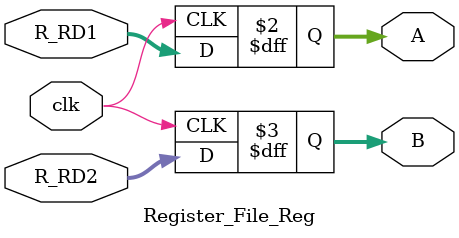
<source format=v>
`timescale 1ns / 1ps


module Register_File_Reg(clk,R_RD1,R_RD2,A,B);

input clk;
input [31:0]R_RD1,R_RD2;
output reg [31:0]A,B;

always@(posedge clk)
begin
  A<=R_RD1;
  B<=R_RD2;
end
endmodule

</source>
